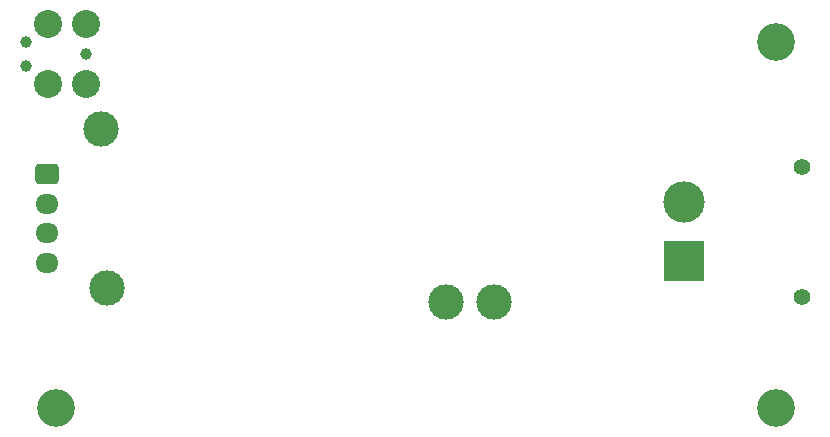
<source format=gbr>
%TF.GenerationSoftware,KiCad,Pcbnew,8.0.3*%
%TF.CreationDate,2024-07-07T18:19:15-07:00*%
%TF.ProjectId,JPBms2,4a50426d-7332-42e6-9b69-6361645f7063,rev?*%
%TF.SameCoordinates,Original*%
%TF.FileFunction,Soldermask,Bot*%
%TF.FilePolarity,Negative*%
%FSLAX46Y46*%
G04 Gerber Fmt 4.6, Leading zero omitted, Abs format (unit mm)*
G04 Created by KiCad (PCBNEW 8.0.3) date 2024-07-07 18:19:15*
%MOMM*%
%LPD*%
G01*
G04 APERTURE LIST*
G04 Aperture macros list*
%AMRoundRect*
0 Rectangle with rounded corners*
0 $1 Rounding radius*
0 $2 $3 $4 $5 $6 $7 $8 $9 X,Y pos of 4 corners*
0 Add a 4 corners polygon primitive as box body*
4,1,4,$2,$3,$4,$5,$6,$7,$8,$9,$2,$3,0*
0 Add four circle primitives for the rounded corners*
1,1,$1+$1,$2,$3*
1,1,$1+$1,$4,$5*
1,1,$1+$1,$6,$7*
1,1,$1+$1,$8,$9*
0 Add four rect primitives between the rounded corners*
20,1,$1+$1,$2,$3,$4,$5,0*
20,1,$1+$1,$4,$5,$6,$7,0*
20,1,$1+$1,$6,$7,$8,$9,0*
20,1,$1+$1,$8,$9,$2,$3,0*%
G04 Aperture macros list end*
%ADD10C,1.400000*%
%ADD11R,3.500000X3.500000*%
%ADD12C,3.500000*%
%ADD13C,2.374900*%
%ADD14C,0.990600*%
%ADD15RoundRect,0.250000X-0.725000X0.600000X-0.725000X-0.600000X0.725000X-0.600000X0.725000X0.600000X0*%
%ADD16O,1.950000X1.700000*%
%ADD17C,3.200000*%
%ADD18C,3.000000*%
G04 APERTURE END LIST*
D10*
%TO.C,J1*%
X163200000Y-76600000D03*
X163200000Y-87600000D03*
D11*
X153200000Y-84600000D03*
D12*
X153200000Y-79600000D03*
%TD*%
D13*
%TO.C,J2*%
X102550000Y-69625000D03*
D14*
X102550000Y-67085000D03*
D13*
X102550000Y-64545000D03*
X99375000Y-69625000D03*
X99375000Y-64545000D03*
D14*
X97470000Y-68101000D03*
X97470000Y-66069000D03*
%TD*%
D15*
%TO.C,BAL1*%
X99280000Y-77220000D03*
D16*
X99280000Y-79720000D03*
X99280000Y-82220000D03*
X99280000Y-84720000D03*
%TD*%
D17*
%TO.C,H3*%
X161000000Y-97000000D03*
%TD*%
%TO.C,H2*%
X100000000Y-97000000D03*
%TD*%
D18*
%TO.C,TP2*%
X103886000Y-73406000D03*
%TD*%
%TO.C,TP6*%
X137160000Y-88063000D03*
%TD*%
%TO.C,TP1*%
X104394000Y-86868000D03*
%TD*%
D17*
%TO.C,H1*%
X161000000Y-66000000D03*
%TD*%
D18*
%TO.C,TP5*%
X133096000Y-88063000D03*
%TD*%
M02*

</source>
